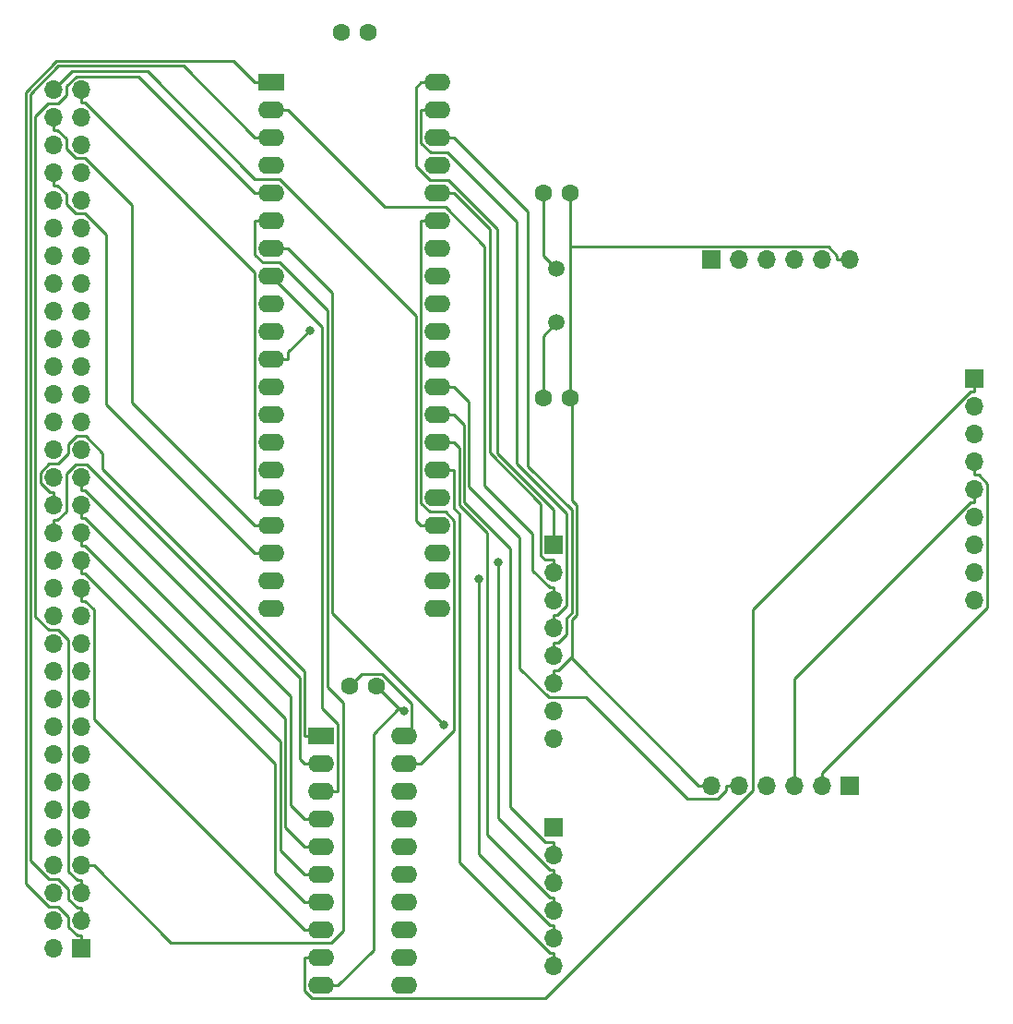
<source format=gbr>
%TF.GenerationSoftware,KiCad,Pcbnew,(6.0.9)*%
%TF.CreationDate,2022-11-21T21:05:11-08:00*%
%TF.ProjectId,IO Board,494f2042-6f61-4726-942e-6b696361645f,rev?*%
%TF.SameCoordinates,Original*%
%TF.FileFunction,Copper,L2,Bot*%
%TF.FilePolarity,Positive*%
%FSLAX46Y46*%
G04 Gerber Fmt 4.6, Leading zero omitted, Abs format (unit mm)*
G04 Created by KiCad (PCBNEW (6.0.9)) date 2022-11-21 21:05:11*
%MOMM*%
%LPD*%
G01*
G04 APERTURE LIST*
%TA.AperFunction,ComponentPad*%
%ADD10R,1.700000X1.700000*%
%TD*%
%TA.AperFunction,ComponentPad*%
%ADD11O,1.700000X1.700000*%
%TD*%
%TA.AperFunction,ComponentPad*%
%ADD12C,1.600000*%
%TD*%
%TA.AperFunction,ComponentPad*%
%ADD13C,1.500000*%
%TD*%
%TA.AperFunction,ComponentPad*%
%ADD14R,2.400000X1.600000*%
%TD*%
%TA.AperFunction,ComponentPad*%
%ADD15O,2.400000X1.600000*%
%TD*%
%TA.AperFunction,ViaPad*%
%ADD16C,0.800000*%
%TD*%
%TA.AperFunction,Conductor*%
%ADD17C,0.250000*%
%TD*%
G04 APERTURE END LIST*
D10*
%TO.P,J6,1,Pin_1*%
%TO.N,VCC*%
X132334000Y-123429000D03*
D11*
%TO.P,J6,2,Pin_2*%
%TO.N,Net-(U2-Pad28)*%
X132334000Y-125969000D03*
%TO.P,J6,3,Pin_3*%
%TO.N,Net-(U2-Pad13)*%
X132334000Y-128509000D03*
%TO.P,J6,4,Pin_4*%
%TO.N,Net-(U2-Pad27)*%
X132334000Y-131049000D03*
%TO.P,J6,5,Pin_5*%
%TO.N,Net-(U2-Pad14)*%
X132334000Y-133589000D03*
%TO.P,J6,6,Pin_6*%
%TO.N,Net-(U2-Pad26)*%
X132334000Y-136129000D03*
%TD*%
D10*
%TO.P,J5,1,Pin_1*%
%TO.N,VCC*%
X132334000Y-97536000D03*
D11*
%TO.P,J5,2,Pin_2*%
%TO.N,Net-(U2-Pad36)*%
X132334000Y-100076000D03*
%TO.P,J5,3,Pin_3*%
%TO.N,Net-(U2-Pad2)*%
X132334000Y-102616000D03*
%TO.P,J5,4,Pin_4*%
%TO.N,Net-(U2-Pad39)*%
X132334000Y-105156000D03*
%TO.P,J5,5,Pin_5*%
%TO.N,Net-(U2-Pad38)*%
X132334000Y-107696000D03*
%TO.P,J5,6,Pin_6*%
%TO.N,GND*%
X132334000Y-110236000D03*
%TO.P,J5,7*%
%TO.N,N/C*%
X132334000Y-112776000D03*
%TO.P,J5,8*%
X132334000Y-115316000D03*
%TD*%
D10*
%TO.P,J4,1,Pin_1*%
%TO.N,/~{IOSEL}*%
X170942000Y-82306000D03*
D11*
%TO.P,J4,2,Pin_2*%
%TO.N,/~{UARTSEL}*%
X170942000Y-84846000D03*
%TO.P,J4,3,Pin_3*%
%TO.N,/~{IRQ2}*%
X170942000Y-87386000D03*
%TO.P,J4,4,Pin_4*%
%TO.N,/TXDA*%
X170942000Y-89926000D03*
%TO.P,J4,5,Pin_5*%
%TO.N,/RXDA*%
X170942000Y-92466000D03*
%TO.P,J4,6,Pin_6*%
%TO.N,/~{IACK}*%
X170942000Y-95006000D03*
%TO.P,J4,7,Pin_7*%
%TO.N,/~{LDS}*%
X170942000Y-97546000D03*
%TO.P,J4,8,Pin_8*%
%TO.N,/R~{W}*%
X170942000Y-100086000D03*
%TO.P,J4,9,Pin_9*%
%TO.N,GND*%
X170942000Y-102626000D03*
%TD*%
%TO.P,J3,6,Pin_6*%
%TO.N,GND*%
X159512000Y-71374000D03*
%TO.P,J3,5,Pin_5*%
%TO.N,/RTSB*%
X156972000Y-71374000D03*
%TO.P,J3,4,Pin_4*%
%TO.N,unconnected-(J3-Pad4)*%
X154432000Y-71374000D03*
%TO.P,J3,3,Pin_3*%
%TO.N,/RXDB*%
X151892000Y-71374000D03*
%TO.P,J3,2,Pin_2*%
%TO.N,/TXDB*%
X149352000Y-71374000D03*
D10*
%TO.P,J3,1,Pin_1*%
%TO.N,/CTSB*%
X146812000Y-71374000D03*
%TD*%
%TO.P,J2,1,Pin_1*%
%TO.N,/CTSA*%
X159512000Y-119634000D03*
D11*
%TO.P,J2,2,Pin_2*%
%TO.N,/TXDA*%
X156972000Y-119634000D03*
%TO.P,J2,3,Pin_3*%
%TO.N,/RXDA*%
X154432000Y-119634000D03*
%TO.P,J2,4,Pin_4*%
%TO.N,unconnected-(J2-Pad4)*%
X151892000Y-119634000D03*
%TO.P,J2,5,Pin_5*%
%TO.N,/RTSA*%
X149352000Y-119634000D03*
%TO.P,J2,6,Pin_6*%
%TO.N,GND*%
X146812000Y-119634000D03*
%TD*%
D12*
%TO.P,C4,1*%
%TO.N,Net-(C4-Pad1)*%
X131338000Y-65278000D03*
%TO.P,C4,2*%
%TO.N,GND*%
X133838000Y-65278000D03*
%TD*%
%TO.P,C3,1*%
%TO.N,Net-(C3-Pad1)*%
X131338000Y-84074000D03*
%TO.P,C3,2*%
%TO.N,GND*%
X133838000Y-84074000D03*
%TD*%
D13*
%TO.P,Q1,1,1*%
%TO.N,Net-(C4-Pad1)*%
X132588000Y-72226000D03*
%TO.P,Q1,2,2*%
%TO.N,Net-(C3-Pad1)*%
X132588000Y-77106000D03*
%TD*%
D10*
%TO.P,J1,1,Pin_1*%
%TO.N,/A1*%
X88954100Y-134516100D03*
D11*
%TO.P,J1,2,Pin_2*%
%TO.N,VCC*%
X86414100Y-134516100D03*
%TO.P,J1,3,Pin_3*%
%TO.N,/A2*%
X88954100Y-131976100D03*
%TO.P,J1,4,Pin_4*%
%TO.N,/CLK*%
X86414100Y-131976100D03*
%TO.P,J1,5,Pin_5*%
%TO.N,/A3*%
X88954100Y-129436100D03*
%TO.P,J1,6,Pin_6*%
%TO.N,GND*%
X86414100Y-129436100D03*
%TO.P,J1,7,Pin_7*%
%TO.N,/A4*%
X88954100Y-126896100D03*
%TO.P,J1,8,Pin_8*%
%TO.N,/VPA*%
X86414100Y-126896100D03*
%TO.P,J1,9,Pin_9*%
%TO.N,/A5*%
X88954100Y-124356100D03*
%TO.P,J1,10,Pin_10*%
%TO.N,/~{IACK}*%
X86414100Y-124356100D03*
%TO.P,J1,11,Pin_11*%
%TO.N,/A6*%
X88954100Y-121816100D03*
%TO.P,J1,12,Pin_12*%
%TO.N,/~{IOSEL}*%
X86414100Y-121816100D03*
%TO.P,J1,13,Pin_13*%
%TO.N,/A7*%
X88954100Y-119276100D03*
%TO.P,J1,14,Pin_14*%
%TO.N,/~{IRQ3}*%
X86414100Y-119276100D03*
%TO.P,J1,15,Pin_15*%
%TO.N,/A8*%
X88954100Y-116736100D03*
%TO.P,J1,16,Pin_16*%
%TO.N,/~{HALT}*%
X86414100Y-116736100D03*
%TO.P,J1,17,Pin_17*%
%TO.N,/A9*%
X88954100Y-114196100D03*
%TO.P,J1,18,Pin_18*%
%TO.N,/~{IRQ4}*%
X86414100Y-114196100D03*
%TO.P,J1,19,Pin_19*%
%TO.N,/A10*%
X88954100Y-111656100D03*
%TO.P,J1,20,Pin_20*%
%TO.N,/FC0*%
X86414100Y-111656100D03*
%TO.P,J1,21,Pin_21*%
%TO.N,/A11*%
X88954100Y-109116100D03*
%TO.P,J1,22,Pin_22*%
%TO.N,/FC1*%
X86414100Y-109116100D03*
%TO.P,J1,23,Pin_23*%
%TO.N,/A12*%
X88954100Y-106576100D03*
%TO.P,J1,24,Pin_24*%
%TO.N,/FC2*%
X86414100Y-106576100D03*
%TO.P,J1,25,Pin_25*%
%TO.N,/A13*%
X88954100Y-104036100D03*
%TO.P,J1,26,Pin_26*%
%TO.N,/~{IRQ5}*%
X86414100Y-104036100D03*
%TO.P,J1,27,Pin_27*%
%TO.N,/A14*%
X88954100Y-101496100D03*
%TO.P,J1,28,Pin_28*%
%TO.N,/~{IRQ2}*%
X86414100Y-101496100D03*
%TO.P,J1,29,Pin_29*%
%TO.N,/A15*%
X88954100Y-98956100D03*
%TO.P,J1,30,Pin_30*%
%TO.N,/~{IRQ6}*%
X86414100Y-98956100D03*
%TO.P,J1,31,Pin_31*%
%TO.N,/A16*%
X88954100Y-96416100D03*
%TO.P,J1,32,Pin_32*%
%TO.N,/~{LDS}*%
X86414100Y-96416100D03*
%TO.P,J1,33,Pin_33*%
%TO.N,/A17*%
X88954100Y-93876100D03*
%TO.P,J1,34,Pin_34*%
%TO.N,/~{UDS}*%
X86414100Y-93876100D03*
%TO.P,J1,35,Pin_35*%
%TO.N,/A18*%
X88954100Y-91336100D03*
%TO.P,J1,36,Pin_36*%
%TO.N,/~{RESET}*%
X86414100Y-91336100D03*
%TO.P,J1,37,Pin_37*%
%TO.N,/A19*%
X88954100Y-88796100D03*
%TO.P,J1,38,Pin_38*%
%TO.N,/D15*%
X86414100Y-88796100D03*
%TO.P,J1,39,Pin_39*%
%TO.N,/A20*%
X88954100Y-86256100D03*
%TO.P,J1,40,Pin_40*%
%TO.N,/D14*%
X86414100Y-86256100D03*
%TO.P,J1,41,Pin_41*%
%TO.N,/A21*%
X88954100Y-83716100D03*
%TO.P,J1,42,Pin_42*%
%TO.N,/D13*%
X86414100Y-83716100D03*
%TO.P,J1,43,Pin_43*%
%TO.N,/A22*%
X88954100Y-81176100D03*
%TO.P,J1,44,Pin_44*%
%TO.N,/D12*%
X86414100Y-81176100D03*
%TO.P,J1,45,Pin_45*%
%TO.N,/A23*%
X88954100Y-78636100D03*
%TO.P,J1,46,Pin_46*%
%TO.N,/D11*%
X86414100Y-78636100D03*
%TO.P,J1,47,Pin_47*%
%TO.N,/~{AS}*%
X88954100Y-76096100D03*
%TO.P,J1,48,Pin_48*%
%TO.N,/D10*%
X86414100Y-76096100D03*
%TO.P,J1,49,Pin_49*%
%TO.N,/~{BERR}*%
X88954100Y-73556100D03*
%TO.P,J1,50,Pin_50*%
%TO.N,/D9*%
X86414100Y-73556100D03*
%TO.P,J1,51,Pin_51*%
%TO.N,/~{BG}*%
X88954100Y-71016100D03*
%TO.P,J1,52,Pin_52*%
%TO.N,/D8*%
X86414100Y-71016100D03*
%TO.P,J1,53,Pin_53*%
%TO.N,/~{BGACK}*%
X88954100Y-68476100D03*
%TO.P,J1,54,Pin_54*%
%TO.N,/D7*%
X86414100Y-68476100D03*
%TO.P,J1,55,Pin_55*%
%TO.N,/~{BR}*%
X88954100Y-65936100D03*
%TO.P,J1,56,Pin_56*%
%TO.N,/D6*%
X86414100Y-65936100D03*
%TO.P,J1,57,Pin_57*%
%TO.N,/~{DTACK}*%
X88954100Y-63396100D03*
%TO.P,J1,58,Pin_58*%
%TO.N,/D5*%
X86414100Y-63396100D03*
%TO.P,J1,59,Pin_59*%
%TO.N,/R~{W}*%
X88954100Y-60856100D03*
%TO.P,J1,60,Pin_60*%
%TO.N,/D4*%
X86414100Y-60856100D03*
%TO.P,J1,61,Pin_61*%
%TO.N,/D0*%
X88954100Y-58316100D03*
%TO.P,J1,62,Pin_62*%
%TO.N,/D3*%
X86414100Y-58316100D03*
%TO.P,J1,63,Pin_63*%
%TO.N,/D1*%
X88954100Y-55776100D03*
%TO.P,J1,64,Pin_64*%
%TO.N,/D2*%
X86414100Y-55776100D03*
%TD*%
D12*
%TO.P,C2,1*%
%TO.N,VCC*%
X113558000Y-110490000D03*
%TO.P,C2,2*%
%TO.N,GND*%
X116058000Y-110490000D03*
%TD*%
D14*
%TO.P,U2,1,RS1*%
%TO.N,/A1*%
X106426000Y-55118000D03*
D15*
%TO.P,U2,2,IP3*%
%TO.N,Net-(U2-Pad2)*%
X106426000Y-57658000D03*
%TO.P,U2,3,RS2*%
%TO.N,/A2*%
X106426000Y-60198000D03*
%TO.P,U2,4,IP1*%
%TO.N,/CTSB*%
X106426000Y-62738000D03*
%TO.P,U2,5,RS3*%
%TO.N,/A3*%
X106426000Y-65278000D03*
%TO.P,U2,6,RS4*%
%TO.N,/A4*%
X106426000Y-67818000D03*
%TO.P,U2,7,IP0*%
%TO.N,/CTSA*%
X106426000Y-70358000D03*
%TO.P,U2,8,R/W*%
%TO.N,/R~{W}*%
X106426000Y-72898000D03*
%TO.P,U2,9,DTACK*%
%TO.N,/~{DTACK}*%
X106426000Y-75438000D03*
%TO.P,U2,10,RXDB*%
%TO.N,/RXDB*%
X106426000Y-77978000D03*
%TO.P,U2,11,TXDB*%
%TO.N,/TXDB*%
X106426000Y-80518000D03*
%TO.P,U2,12,OP1*%
%TO.N,/RTSB*%
X106426000Y-83058000D03*
%TO.P,U2,13,OP3*%
%TO.N,Net-(U2-Pad13)*%
X106426000Y-85598000D03*
%TO.P,U2,14,OP5*%
%TO.N,Net-(U2-Pad14)*%
X106426000Y-88138000D03*
%TO.P,U2,15,OP7*%
%TO.N,Net-(U2-Pad15)*%
X106426000Y-90678000D03*
%TO.P,U2,16,D1*%
%TO.N,/D1*%
X106426000Y-93218000D03*
%TO.P,U2,17,D3*%
%TO.N,/D3*%
X106426000Y-95758000D03*
%TO.P,U2,18,D5*%
%TO.N,/D5*%
X106426000Y-98298000D03*
%TO.P,U2,19,D7*%
%TO.N,/D7*%
X106426000Y-100838000D03*
%TO.P,U2,20,GND*%
%TO.N,GND*%
X106426000Y-103378000D03*
%TO.P,U2,21,IRQ*%
%TO.N,/~{IRQ2}*%
X121666000Y-103378000D03*
%TO.P,U2,22,D6*%
%TO.N,/D6*%
X121666000Y-100838000D03*
%TO.P,U2,23,D4*%
%TO.N,/D4*%
X121666000Y-98298000D03*
%TO.P,U2,24,D2*%
%TO.N,/D2*%
X121666000Y-95758000D03*
%TO.P,U2,25,D0*%
%TO.N,/D0*%
X121666000Y-93218000D03*
%TO.P,U2,26,OP6*%
%TO.N,Net-(U2-Pad26)*%
X121666000Y-90678000D03*
%TO.P,U2,27,OP4*%
%TO.N,Net-(U2-Pad27)*%
X121666000Y-88138000D03*
%TO.P,U2,28,OP2*%
%TO.N,Net-(U2-Pad28)*%
X121666000Y-85598000D03*
%TO.P,U2,29,OP0*%
%TO.N,/RTSA*%
X121666000Y-83058000D03*
%TO.P,U2,30,TXDA*%
%TO.N,/TXDA*%
X121666000Y-80518000D03*
%TO.P,U2,31,RXDA*%
%TO.N,/RXDA*%
X121666000Y-77978000D03*
%TO.P,U2,32,X1/CLK*%
%TO.N,Net-(C3-Pad1)*%
X121666000Y-75438000D03*
%TO.P,U2,33,X2*%
%TO.N,Net-(C4-Pad1)*%
X121666000Y-72898000D03*
%TO.P,U2,34,RESET*%
%TO.N,/~{RESET}*%
X121666000Y-70358000D03*
%TO.P,U2,35,CS*%
%TO.N,/~{UARTSEL}*%
X121666000Y-67818000D03*
%TO.P,U2,36,IP2*%
%TO.N,Net-(U2-Pad36)*%
X121666000Y-65278000D03*
%TO.P,U2,37,IACK*%
%TO.N,/~{IACK}*%
X121666000Y-62738000D03*
%TO.P,U2,38,IP5*%
%TO.N,Net-(U2-Pad38)*%
X121666000Y-60198000D03*
%TO.P,U2,39,IP4*%
%TO.N,Net-(U2-Pad39)*%
X121666000Y-57658000D03*
%TO.P,U2,40,VCC*%
%TO.N,VCC*%
X121666000Y-55118000D03*
%TD*%
D14*
%TO.P,U1,1,I1/CLK*%
%TO.N,/~{UDS}*%
X110998000Y-115062000D03*
D15*
%TO.P,U1,2,I2*%
%TO.N,/~{LDS}*%
X110998000Y-117602000D03*
%TO.P,U1,3,I3*%
%TO.N,/R~{W}*%
X110998000Y-120142000D03*
%TO.P,U1,4,I4*%
%TO.N,/A18*%
X110998000Y-122682000D03*
%TO.P,U1,5,I5*%
%TO.N,/A17*%
X110998000Y-125222000D03*
%TO.P,U1,6,I6*%
%TO.N,/A16*%
X110998000Y-127762000D03*
%TO.P,U1,7,I7*%
%TO.N,/A15*%
X110998000Y-130302000D03*
%TO.P,U1,8,I8*%
%TO.N,/A14*%
X110998000Y-132842000D03*
%TO.P,U1,9,I9*%
%TO.N,/~{IOSEL}*%
X110998000Y-135382000D03*
%TO.P,U1,10,GND*%
%TO.N,GND*%
X110998000Y-137922000D03*
%TO.P,U1,11,I10/~{OE}*%
%TO.N,unconnected-(U1-Pad11)*%
X118618000Y-137922000D03*
%TO.P,U1,12,IO8*%
%TO.N,unconnected-(U1-Pad12)*%
X118618000Y-135382000D03*
%TO.P,U1,13,IO7*%
%TO.N,unconnected-(U1-Pad13)*%
X118618000Y-132842000D03*
%TO.P,U1,14,IO6*%
%TO.N,unconnected-(U1-Pad14)*%
X118618000Y-130302000D03*
%TO.P,U1,15,IO5*%
%TO.N,unconnected-(U1-Pad15)*%
X118618000Y-127762000D03*
%TO.P,U1,16,IO4*%
%TO.N,unconnected-(U1-Pad16)*%
X118618000Y-125222000D03*
%TO.P,U1,17,I03*%
%TO.N,unconnected-(U1-Pad17)*%
X118618000Y-122682000D03*
%TO.P,U1,18,IO2*%
%TO.N,unconnected-(U1-Pad18)*%
X118618000Y-120142000D03*
%TO.P,U1,19,IO1*%
%TO.N,/~{UARTSEL}*%
X118618000Y-117602000D03*
%TO.P,U1,20,VCC*%
%TO.N,VCC*%
X118618000Y-115062000D03*
%TD*%
D12*
%TO.P,C1,1*%
%TO.N,VCC*%
X112796000Y-50546000D03*
%TO.P,C1,2*%
%TO.N,GND*%
X115296000Y-50546000D03*
%TD*%
D16*
%TO.N,Net-(U2-Pad14)*%
X125458200Y-100681100D03*
%TO.N,Net-(U2-Pad13)*%
X127226000Y-99147200D03*
%TO.N,/TXDB*%
X109922200Y-77831000D03*
%TO.N,/CTSA*%
X122242600Y-114006100D03*
%TO.N,GND*%
X118572700Y-112789000D03*
%TD*%
D17*
%TO.N,Net-(U2-Pad26)*%
X121666000Y-90678000D02*
X123191300Y-90678000D01*
X132334000Y-136129000D02*
X132334000Y-134953700D01*
X123191300Y-94220800D02*
X123191300Y-90678000D01*
X123641600Y-94671100D02*
X123191300Y-94220800D01*
X123641600Y-126628600D02*
X123641600Y-94671100D01*
X131966700Y-134953700D02*
X123641600Y-126628600D01*
X132334000Y-134953700D02*
X131966700Y-134953700D01*
%TO.N,Net-(U2-Pad14)*%
X131966700Y-132413700D02*
X132334000Y-132413700D01*
X125458200Y-125905200D02*
X131966700Y-132413700D01*
X125458200Y-100681100D02*
X125458200Y-125905200D01*
X132334000Y-133589000D02*
X132334000Y-132413700D01*
%TO.N,Net-(U2-Pad27)*%
X131966700Y-129873700D02*
X132334000Y-129873700D01*
X126183600Y-124090600D02*
X131966700Y-129873700D01*
X126183600Y-96379900D02*
X126183600Y-124090600D01*
X123641700Y-93838000D02*
X126183600Y-96379900D01*
X123641700Y-88588400D02*
X123641700Y-93838000D01*
X123191300Y-88138000D02*
X123641700Y-88588400D01*
X121666000Y-88138000D02*
X123191300Y-88138000D01*
X132334000Y-131049000D02*
X132334000Y-129873700D01*
%TO.N,Net-(U2-Pad13)*%
X132334000Y-128509000D02*
X132334000Y-127333700D01*
X127226000Y-122593000D02*
X127226000Y-99147200D01*
X131966700Y-127333700D02*
X127226000Y-122593000D01*
X132334000Y-127333700D02*
X131966700Y-127333700D01*
%TO.N,Net-(U2-Pad28)*%
X121666000Y-85598000D02*
X123191300Y-85598000D01*
X132334000Y-125969000D02*
X132334000Y-124793700D01*
X131530800Y-124793700D02*
X132334000Y-124793700D01*
X128298800Y-121561700D02*
X131530800Y-124793700D01*
X128298800Y-97858200D02*
X128298800Y-121561700D01*
X124092100Y-93651500D02*
X128298800Y-97858200D01*
X124092100Y-86498800D02*
X124092100Y-93651500D01*
X123191300Y-85598000D02*
X124092100Y-86498800D01*
%TO.N,Net-(U2-Pad38)*%
X121666000Y-60198000D02*
X123191300Y-60198000D01*
X132334000Y-107696000D02*
X132334000Y-106520700D01*
X129939400Y-66946100D02*
X123191300Y-60198000D01*
X129939500Y-66946100D02*
X129939400Y-66946100D01*
X129939500Y-90288900D02*
X129939500Y-66946100D01*
X133970100Y-94319500D02*
X129939500Y-90288900D01*
X133970100Y-103752900D02*
X133970100Y-94319500D01*
X133519800Y-104203200D02*
X133970100Y-103752900D01*
X133519800Y-105700200D02*
X133519800Y-104203200D01*
X132699300Y-106520700D02*
X133519800Y-105700200D01*
X132334000Y-106520700D02*
X132699300Y-106520700D01*
%TO.N,Net-(U2-Pad39)*%
X121666000Y-57658000D02*
X120140700Y-57658000D01*
X132334000Y-105156000D02*
X132334000Y-103980700D01*
X120140700Y-60664300D02*
X120140700Y-57658000D01*
X121018300Y-61541900D02*
X120140700Y-60664300D01*
X122541500Y-61541900D02*
X121018300Y-61541900D01*
X128913900Y-67914300D02*
X122541500Y-61541900D01*
X128913900Y-90022000D02*
X128913900Y-67914300D01*
X133519700Y-94627800D02*
X128913900Y-90022000D01*
X133519700Y-103102200D02*
X133519700Y-94627800D01*
X132641200Y-103980700D02*
X133519700Y-103102200D01*
X132334000Y-103980700D02*
X132641200Y-103980700D01*
%TO.N,Net-(U2-Pad2)*%
X106426000Y-57658000D02*
X107951300Y-57658000D01*
X132334000Y-102616000D02*
X132334000Y-101440700D01*
X116841200Y-66547900D02*
X107951300Y-57658000D01*
X122391600Y-66547900D02*
X116841200Y-66547900D01*
X125970900Y-70127200D02*
X122391600Y-66547900D01*
X125970900Y-92126000D02*
X125970900Y-70127200D01*
X130376900Y-96532000D02*
X125970900Y-92126000D01*
X130376900Y-99851000D02*
X130376900Y-96532000D01*
X131966600Y-101440700D02*
X130376900Y-99851000D01*
X132334000Y-101440700D02*
X131966600Y-101440700D01*
%TO.N,Net-(U2-Pad36)*%
X121666000Y-65278000D02*
X123191300Y-65278000D01*
X132334000Y-100076000D02*
X132334000Y-98900700D01*
X126475800Y-68562500D02*
X123191300Y-65278000D01*
X126475800Y-89070200D02*
X126475800Y-68562500D01*
X131158700Y-93753100D02*
X126475800Y-89070200D01*
X131158700Y-98533500D02*
X131158700Y-93753100D01*
X131525900Y-98900700D02*
X131158700Y-98533500D01*
X132334000Y-98900700D02*
X131525900Y-98900700D01*
%TO.N,/RXDA*%
X170942000Y-92466000D02*
X170942000Y-93641300D01*
X170574700Y-93641300D02*
X170942000Y-93641300D01*
X154432000Y-109784000D02*
X170574700Y-93641300D01*
X154432000Y-119634000D02*
X154432000Y-109784000D01*
%TO.N,/TXDA*%
X172123000Y-103307700D02*
X156972000Y-118458700D01*
X172123000Y-91915000D02*
X172123000Y-103307700D01*
X171309300Y-91101300D02*
X172123000Y-91915000D01*
X170942000Y-91101300D02*
X171309300Y-91101300D01*
X170942000Y-89926000D02*
X170942000Y-91101300D01*
X156972000Y-119634000D02*
X156972000Y-118458700D01*
%TO.N,/RTSA*%
X148176700Y-120001400D02*
X148176700Y-119634000D01*
X147368800Y-120809300D02*
X148176700Y-120001400D01*
X144570000Y-120809300D02*
X147368800Y-120809300D01*
X135266700Y-111506000D02*
X144570000Y-120809300D01*
X131861700Y-111506000D02*
X135266700Y-111506000D01*
X129199400Y-108843700D02*
X131861700Y-111506000D01*
X129199400Y-96831300D02*
X129199400Y-108843700D01*
X124542500Y-92174400D02*
X129199400Y-96831300D01*
X124542500Y-84409200D02*
X124542500Y-92174400D01*
X123191300Y-83058000D02*
X124542500Y-84409200D01*
X121666000Y-83058000D02*
X123191300Y-83058000D01*
X149352000Y-119634000D02*
X148176700Y-119634000D01*
%TO.N,/TXDB*%
X106426000Y-80518000D02*
X107951300Y-80518000D01*
X107951300Y-79801900D02*
X109922200Y-77831000D01*
X107951300Y-80518000D02*
X107951300Y-79801900D01*
%TO.N,/CTSA*%
X111998600Y-103762100D02*
X122242600Y-114006100D01*
X111998600Y-74405300D02*
X111998600Y-103762100D01*
X107951300Y-70358000D02*
X111998600Y-74405300D01*
X106426000Y-70358000D02*
X107951300Y-70358000D01*
%TO.N,Net-(C3-Pad1)*%
X131338000Y-78356000D02*
X131338000Y-84074000D01*
X132588000Y-77106000D02*
X131338000Y-78356000D01*
%TO.N,Net-(C4-Pad1)*%
X131338000Y-70976000D02*
X131338000Y-65278000D01*
X132588000Y-72226000D02*
X131338000Y-70976000D01*
%TO.N,/~{IOSEL}*%
X170574700Y-83481300D02*
X170942000Y-83481300D01*
X150622000Y-103434000D02*
X170574700Y-83481300D01*
X150622000Y-120039500D02*
X150622000Y-103434000D01*
X131568600Y-139092900D02*
X150622000Y-120039500D01*
X110132600Y-139092900D02*
X131568600Y-139092900D01*
X109472700Y-138433000D02*
X110132600Y-139092900D01*
X109472700Y-135382000D02*
X109472700Y-138433000D01*
X110998000Y-135382000D02*
X109472700Y-135382000D01*
X170942000Y-82306000D02*
X170942000Y-83481300D01*
%TO.N,/~{UARTSEL}*%
X120140700Y-93686700D02*
X120140700Y-67818000D01*
X120942000Y-94488000D02*
X120140700Y-93686700D01*
X122395000Y-94488000D02*
X120942000Y-94488000D01*
X123191300Y-95284300D02*
X122395000Y-94488000D01*
X123191300Y-114554000D02*
X123191300Y-95284300D01*
X120143300Y-117602000D02*
X123191300Y-114554000D01*
X118618000Y-117602000D02*
X120143300Y-117602000D01*
X121666000Y-67818000D02*
X120140700Y-67818000D01*
%TO.N,/D2*%
X121666000Y-95758000D02*
X120140700Y-95758000D01*
X119690400Y-95307700D02*
X120140700Y-95758000D01*
X119690400Y-76548500D02*
X119690400Y-95307700D01*
X107149900Y-64008000D02*
X119690400Y-76548500D01*
X104900600Y-64008000D02*
X107149900Y-64008000D01*
X95009600Y-54117000D02*
X104900600Y-64008000D01*
X88073200Y-54117000D02*
X95009600Y-54117000D01*
X86414100Y-55776100D02*
X88073200Y-54117000D01*
%TO.N,/D1*%
X89321400Y-56951400D02*
X88954100Y-56951400D01*
X104900700Y-72530700D02*
X89321400Y-56951400D01*
X104900700Y-93218000D02*
X104900700Y-72530700D01*
X106426000Y-93218000D02*
X104900700Y-93218000D01*
X88954100Y-55776100D02*
X88954100Y-56951400D01*
%TO.N,/D3*%
X86781500Y-59491400D02*
X86414100Y-59491400D01*
X87589400Y-60299300D02*
X86781500Y-59491400D01*
X87589400Y-61192400D02*
X87589400Y-60299300D01*
X88428500Y-62031500D02*
X87589400Y-61192400D01*
X89297300Y-62031500D02*
X88428500Y-62031500D01*
X93591800Y-66326000D02*
X89297300Y-62031500D01*
X93591800Y-84449100D02*
X93591800Y-66326000D01*
X104900700Y-95758000D02*
X93591800Y-84449100D01*
X106426000Y-95758000D02*
X104900700Y-95758000D01*
X86414100Y-58316100D02*
X86414100Y-59491400D01*
%TO.N,/R~{W}*%
X110998000Y-120142000D02*
X112523300Y-120142000D01*
X112523300Y-113936500D02*
X112523300Y-120142000D01*
X111057400Y-112470600D02*
X112523300Y-113936500D01*
X111057400Y-77529400D02*
X111057400Y-112470600D01*
X106426000Y-72898000D02*
X111057400Y-77529400D01*
%TO.N,/D5*%
X86781500Y-64571400D02*
X86414100Y-64571400D01*
X87589400Y-65379300D02*
X86781500Y-64571400D01*
X87589400Y-66272400D02*
X87589400Y-65379300D01*
X88428500Y-67111500D02*
X87589400Y-66272400D01*
X89286700Y-67111500D02*
X88428500Y-67111500D01*
X91274100Y-69098900D02*
X89286700Y-67111500D01*
X91274100Y-84671400D02*
X91274100Y-69098900D01*
X104900700Y-98298000D02*
X91274100Y-84671400D01*
X106426000Y-98298000D02*
X104900700Y-98298000D01*
X86414100Y-63396100D02*
X86414100Y-64571400D01*
%TO.N,/A18*%
X110998000Y-122682000D02*
X109472700Y-122682000D01*
X88954100Y-91336100D02*
X88954100Y-92511400D01*
X108160400Y-121369700D02*
X109472700Y-122682000D01*
X108160400Y-111412300D02*
X108160400Y-121369700D01*
X89259500Y-92511400D02*
X108160400Y-111412300D01*
X88954100Y-92511400D02*
X89259500Y-92511400D01*
%TO.N,/~{UDS}*%
X86051300Y-92700800D02*
X86414100Y-92700800D01*
X85194000Y-91843500D02*
X86051300Y-92700800D01*
X85194000Y-90873200D02*
X85194000Y-91843500D01*
X86001100Y-90066100D02*
X85194000Y-90873200D01*
X86808300Y-90066100D02*
X86001100Y-90066100D01*
X87778700Y-89095700D02*
X86808300Y-90066100D01*
X87778700Y-88289700D02*
X87778700Y-89095700D01*
X88542300Y-87526100D02*
X87778700Y-88289700D01*
X89353700Y-87526100D02*
X88542300Y-87526100D01*
X90922400Y-89094800D02*
X89353700Y-87526100D01*
X90922400Y-90601000D02*
X90922400Y-89094800D01*
X109472700Y-109151300D02*
X90922400Y-90601000D01*
X109472700Y-115062000D02*
X109472700Y-109151300D01*
X86414100Y-93876100D02*
X86414100Y-92700800D01*
X110998000Y-115062000D02*
X109472700Y-115062000D01*
%TO.N,/A17*%
X110998000Y-125222000D02*
X109472700Y-125222000D01*
X88954100Y-93876100D02*
X88954100Y-95051400D01*
X107671500Y-123420800D02*
X109472700Y-125222000D01*
X107671500Y-113401400D02*
X107671500Y-123420800D01*
X89321500Y-95051400D02*
X107671500Y-113401400D01*
X88954100Y-95051400D02*
X89321500Y-95051400D01*
%TO.N,/~{LDS}*%
X86781500Y-95240800D02*
X86414100Y-95240800D01*
X87589400Y-94432900D02*
X86781500Y-95240800D01*
X87589400Y-91024000D02*
X87589400Y-94432900D01*
X88452700Y-90160700D02*
X87589400Y-91024000D01*
X89441000Y-90160700D02*
X88452700Y-90160700D01*
X109022300Y-109742000D02*
X89441000Y-90160700D01*
X109022300Y-117151600D02*
X109022300Y-109742000D01*
X109472700Y-117602000D02*
X109022300Y-117151600D01*
X110998000Y-117602000D02*
X109472700Y-117602000D01*
X86414100Y-96416100D02*
X86414100Y-95240800D01*
%TO.N,/A16*%
X110998000Y-127762000D02*
X109472700Y-127762000D01*
X88954100Y-96416100D02*
X88954100Y-97591400D01*
X107221200Y-125510500D02*
X109472700Y-127762000D01*
X107221200Y-115529800D02*
X107221200Y-125510500D01*
X89282800Y-97591400D02*
X107221200Y-115529800D01*
X88954100Y-97591400D02*
X89282800Y-97591400D01*
%TO.N,/A15*%
X110998000Y-130302000D02*
X109472700Y-130302000D01*
X88954100Y-98956100D02*
X88954100Y-100131400D01*
X106770900Y-127600200D02*
X109472700Y-130302000D01*
X106770900Y-117580900D02*
X106770900Y-127600200D01*
X89321400Y-100131400D02*
X106770900Y-117580900D01*
X88954100Y-100131400D02*
X89321400Y-100131400D01*
%TO.N,/A14*%
X89321500Y-102671400D02*
X88954100Y-102671400D01*
X90129400Y-103479300D02*
X89321500Y-102671400D01*
X90129400Y-113498700D02*
X90129400Y-103479300D01*
X109472700Y-132842000D02*
X90129400Y-113498700D01*
X110998000Y-132842000D02*
X109472700Y-132842000D01*
X88954100Y-101496100D02*
X88954100Y-102671400D01*
%TO.N,/A4*%
X106426000Y-67818000D02*
X104900700Y-67818000D01*
X88954100Y-126896100D02*
X90129400Y-126896100D01*
X97201300Y-133968000D02*
X90129400Y-126896100D01*
X111927200Y-133968000D02*
X97201300Y-133968000D01*
X112979200Y-132916000D02*
X111927200Y-133968000D01*
X112979200Y-112020300D02*
X112979200Y-132916000D01*
X111548200Y-110589300D02*
X112979200Y-112020300D01*
X111548200Y-75987400D02*
X111548200Y-110589300D01*
X107188800Y-71628000D02*
X111548200Y-75987400D01*
X105620000Y-71628000D02*
X107188800Y-71628000D01*
X104900700Y-70908700D02*
X105620000Y-71628000D01*
X104900700Y-67818000D02*
X104900700Y-70908700D01*
%TO.N,/A3*%
X88954100Y-129436100D02*
X88954100Y-128260800D01*
X106426000Y-65278000D02*
X104900700Y-65278000D01*
X94196500Y-54573800D02*
X104900700Y-65278000D01*
X88490000Y-54573800D02*
X94196500Y-54573800D01*
X87589500Y-55474300D02*
X88490000Y-54573800D01*
X87589500Y-56301700D02*
X87589500Y-55474300D01*
X86845100Y-57046100D02*
X87589500Y-56301700D01*
X85941400Y-57046100D02*
X86845100Y-57046100D01*
X84743700Y-58243800D02*
X85941400Y-57046100D01*
X84743700Y-104102200D02*
X84743700Y-58243800D01*
X85966600Y-105325100D02*
X84743700Y-104102200D01*
X86879500Y-105325100D02*
X85966600Y-105325100D01*
X87778800Y-106224400D02*
X86879500Y-105325100D01*
X87778800Y-127452900D02*
X87778800Y-106224400D01*
X88586700Y-128260800D02*
X87778800Y-127452900D01*
X88954100Y-128260800D02*
X88586700Y-128260800D01*
%TO.N,/A2*%
X106426000Y-60198000D02*
X104900700Y-60198000D01*
X88954100Y-131976100D02*
X88954100Y-130800800D01*
X88586700Y-130800800D02*
X88954100Y-130800800D01*
X87778800Y-129992900D02*
X88586700Y-130800800D01*
X87778800Y-129116600D02*
X87778800Y-129992900D01*
X86861700Y-128199500D02*
X87778800Y-129116600D01*
X86007700Y-128199500D02*
X86861700Y-128199500D01*
X84293400Y-126485200D02*
X86007700Y-128199500D01*
X84293400Y-56179800D02*
X84293400Y-126485200D01*
X86860100Y-53613100D02*
X84293400Y-56179800D01*
X98315800Y-53613100D02*
X86860100Y-53613100D01*
X104900700Y-60198000D02*
X98315800Y-53613100D01*
%TO.N,/A1*%
X106426000Y-55118000D02*
X104900700Y-55118000D01*
X88954100Y-134516100D02*
X88954100Y-133340800D01*
X88586700Y-133340800D02*
X88954100Y-133340800D01*
X87778800Y-132532900D02*
X88586700Y-133340800D01*
X87778800Y-131656600D02*
X87778800Y-132532900D01*
X86861700Y-130739500D02*
X87778800Y-131656600D01*
X86007800Y-130739500D02*
X86861700Y-130739500D01*
X83843100Y-128574800D02*
X86007800Y-130739500D01*
X83843100Y-55993200D02*
X83843100Y-128574800D01*
X86673600Y-53162700D02*
X83843100Y-55993200D01*
X102945400Y-53162700D02*
X86673600Y-53162700D01*
X104900700Y-55118000D02*
X102945400Y-53162700D01*
%TO.N,GND*%
X132334000Y-110236000D02*
X132334000Y-109060700D01*
X145636700Y-119634000D02*
X133882400Y-107879600D01*
X132701300Y-109060700D02*
X132334000Y-109060700D01*
X133882400Y-107879600D02*
X132701300Y-109060700D01*
X146812000Y-119634000D02*
X145636700Y-119634000D01*
X110998000Y-137922000D02*
X112523300Y-137922000D01*
X115757800Y-114881200D02*
X118103500Y-112535500D01*
X115757800Y-134687500D02*
X115757800Y-114881200D01*
X112523300Y-137922000D02*
X115757800Y-134687500D01*
X118103500Y-112535500D02*
X116058000Y-110490000D01*
X134020900Y-84256900D02*
X133838000Y-84074000D01*
X134020900Y-93443500D02*
X134020900Y-84256900D01*
X134420400Y-93843000D02*
X134020900Y-93443500D01*
X134420400Y-103939500D02*
X134420400Y-93843000D01*
X134020900Y-104339000D02*
X134420400Y-103939500D01*
X134020900Y-107741100D02*
X134020900Y-104339000D01*
X133882400Y-107879600D02*
X134020900Y-107741100D01*
X118319200Y-112535500D02*
X118572700Y-112789000D01*
X118103500Y-112535500D02*
X118319200Y-112535500D01*
X159512000Y-71374000D02*
X158336700Y-71374000D01*
X158336700Y-71006700D02*
X158336700Y-71374000D01*
X157522400Y-70192400D02*
X158336700Y-71006700D01*
X133838000Y-70192400D02*
X157522400Y-70192400D01*
X133838000Y-65278000D02*
X133838000Y-70192400D01*
X133838000Y-70192400D02*
X133838000Y-84074000D01*
%TO.N,VCC*%
X121666000Y-55118000D02*
X120140700Y-55118000D01*
X132334000Y-97536000D02*
X132334000Y-96360700D01*
X114697400Y-109350600D02*
X113558000Y-110490000D01*
X116548800Y-109350600D02*
X114697400Y-109350600D01*
X119298000Y-112099800D02*
X116548800Y-109350600D01*
X119298000Y-114382000D02*
X119298000Y-112099800D01*
X118618000Y-115062000D02*
X119298000Y-114382000D01*
X119690400Y-55568300D02*
X120140700Y-55118000D01*
X119690400Y-62773000D02*
X119690400Y-55568300D01*
X120999300Y-64081900D02*
X119690400Y-62773000D01*
X122642700Y-64081900D02*
X120999300Y-64081900D01*
X127135400Y-68574600D02*
X122642700Y-64081900D01*
X127135400Y-89092900D02*
X127135400Y-68574600D01*
X132333900Y-94291400D02*
X127135400Y-89092900D01*
X132333900Y-96360700D02*
X132333900Y-94291400D01*
X132334000Y-96360700D02*
X132333900Y-96360700D01*
%TD*%
M02*

</source>
